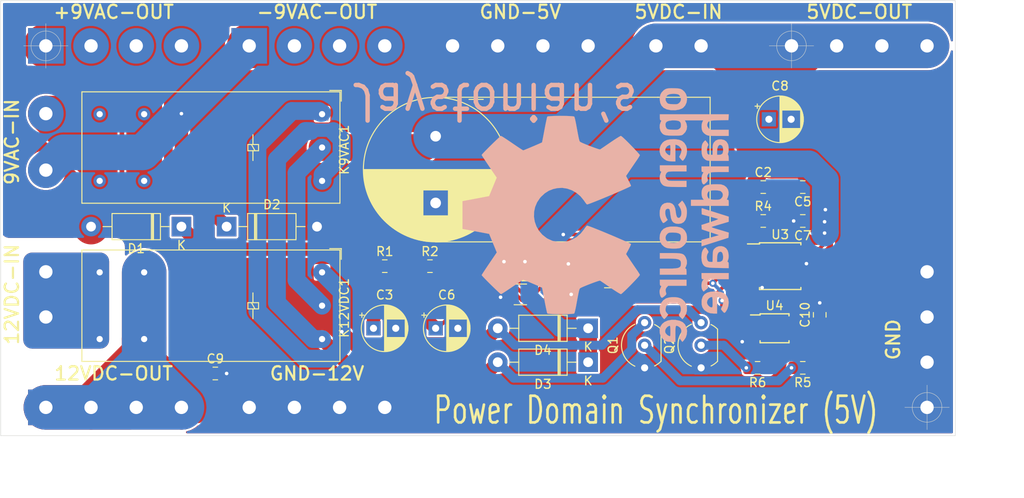
<source format=kicad_pcb>
(kicad_pcb (version 20171130) (host pcbnew "(5.1.5)-3")
  (layers (0 F.Cu signal) (31 B.Cu signal) (34 B.Paste user) (35 F.Paste user) (36 B.SilkS user) (37 F.SilkS user) (38 B.Mask user) (39 F.Mask user) (44 Edge.Cuts user))
  (net 0 "")
  (net 1 +5V)
  (net 2 GND)
  (net 3 "Net-(C3-Pad1)")
  (net 4 "Net-(C6-Pad1)")
  (net 5 VDD)
  (net 6 +9VA)
  (net 7 /~RELAY_SET)
  (net 8 /~RELAY_RESET)
  (net 9 +12V)
  (net 10 VAC)
  (net 11 "Net-(Q1-Pad2)")
  (net 12 "Net-(Q2-Pad2)")
  (net 13 "Net-(R3-Pad1)")
  (net 14 /COMMON_PULLUP)
  (net 15 "Net-(R5-Pad1)")
  (net 16 "Net-(R6-Pad1)")
  (net 17 "Net-(U1-Pad4)")
  (net 18 "Net-(U3-Pad2)")
  (net 19 "Net-(U3-Pad5)")
  (net 20 "Net-(U3-Pad8)")
  (net 21 "Net-(U3-Pad9)")
  (net 22 NEUT)
  (module Symbol:OSHW-Logo_28.5x30mm_SilkScreen (layer B.Cu) (at 142.4305 83.1215 270)
    (fp_text reference REF** hide)
    (fp_text value OSHW-Logo_28.5x30mm_SilkScreen hide)
  )
  (module Capacitor_THT:CP_Radial_D16.0mm_P7.50mm (layer F.Cu) (at 124.46 74.295 270)
    (fp_text reference C1 (at 3.75 -9.25 90) (layer F.SilkS))
    (fp_text value 10000u)
    (pad 1 thru_hole rect (at 0 0 270) (size 2.4 2.4) (drill 1.2) (layers *.Cu *.Mask) (net 1 +5V))
    (pad 2 thru_hole circle (at 7.5 0 270) (size 2.4 2.4) (drill 1.2) (layers *.Cu *.Mask) (net 2 GND))
  )
  (module Capacitor_SMD:C_0805_2012Metric_Pad1.15x1.40mm_HandSolder (layer F.Cu) (at 161.29 80.01)
    (fp_text reference C2 (at 0 -1.65) (layer F.SilkS))
    (fp_text value 220n)
    (pad 2 smd roundrect (at 1.025 0) (size 1.15 1.4) (layers F.Cu F.Paste F.Mask) (roundrect_rratio 0.217391) (net 2 GND))
    (pad 1 smd roundrect (at -1.025 0) (size 1.15 1.4) (layers F.Cu F.Paste F.Mask) (roundrect_rratio 0.217391) (net 1 +5V))
  )
  (module Capacitor_THT:CP_Radial_D5.0mm_P2.50mm (layer F.Cu) (at 117.475 95.885)
    (fp_text reference C3 (at 1.25 -3.75) (layer F.SilkS))
    (fp_text value 1u)
    (pad 1 thru_hole rect (at 0 0) (size 1.6 1.6) (drill 0.8) (layers *.Cu *.Mask) (net 3 "Net-(C3-Pad1)"))
    (pad 2 thru_hole circle (at 2.5 0) (size 1.6 1.6) (drill 0.8) (layers *.Cu *.Mask) (net 2 GND))
  )
  (module Capacitor_SMD:C_0805_2012Metric_Pad1.15x1.40mm_HandSolder (layer F.Cu) (at 133.477 88.392 180)
    (fp_text reference C4 (at -2.794 0) (layer F.SilkS))
    (fp_text value 100n)
    (pad 2 smd roundrect (at 1.025 0 180) (size 1.15 1.4) (layers F.Cu F.Paste F.Mask) (roundrect_rratio 0.217391) (net 2 GND))
    (pad 1 smd roundrect (at -1.025 0 180) (size 1.15 1.4) (layers F.Cu F.Paste F.Mask) (roundrect_rratio 0.217391) (net 1 +5V))
  )
  (module Capacitor_SMD:C_0805_2012Metric_Pad1.15x1.40mm_HandSolder (layer F.Cu) (at 165.735 80.01 180)
    (fp_text reference C5 (at 0 -1.65) (layer F.SilkS))
    (fp_text value 47n)
    (pad 1 smd roundrect (at -1.025 0 180) (size 1.15 1.4) (layers F.Cu F.Paste F.Mask) (roundrect_rratio 0.217391) (net 1 +5V))
    (pad 2 smd roundrect (at 1.025 0 180) (size 1.15 1.4) (layers F.Cu F.Paste F.Mask) (roundrect_rratio 0.217391) (net 2 GND))
  )
  (module Capacitor_THT:CP_Radial_D5.0mm_P2.50mm (layer F.Cu) (at 124.46 95.885)
    (fp_text reference C6 (at 1.25 -3.75) (layer F.SilkS))
    (fp_text value 2u2)
    (pad 2 thru_hole circle (at 2.5 0) (size 1.6 1.6) (drill 0.8) (layers *.Cu *.Mask) (net 2 GND))
    (pad 1 thru_hole rect (at 0 0) (size 1.6 1.6) (drill 0.8) (layers *.Cu *.Mask) (net 4 "Net-(C6-Pad1)"))
  )
  (module Capacitor_SMD:C_0805_2012Metric_Pad1.15x1.40mm_HandSolder (layer F.Cu) (at 165.735 83.82 180)
    (fp_text reference C7 (at 0 -1.65) (layer F.SilkS))
    (fp_text value 10n)
    (pad 1 smd roundrect (at -1.025 0 180) (size 1.15 1.4) (layers F.Cu F.Paste F.Mask) (roundrect_rratio 0.217391) (net 1 +5V))
    (pad 2 smd roundrect (at 1.025 0 180) (size 1.15 1.4) (layers F.Cu F.Paste F.Mask) (roundrect_rratio 0.217391) (net 2 GND))
  )
  (module Capacitor_THT:CP_Radial_D5.0mm_P2.50mm (layer F.Cu) (at 161.925 72.39)
    (fp_text reference C8 (at 1.25 -3.75) (layer F.SilkS))
    (fp_text value 10u)
    (pad 1 thru_hole rect (at 0 0) (size 1.6 1.6) (drill 0.8) (layers *.Cu *.Mask) (net 1 +5V))
    (pad 2 thru_hole circle (at 2.5 0) (size 1.6 1.6) (drill 0.8) (layers *.Cu *.Mask) (net 2 GND))
  )
  (module Capacitor_SMD:C_0805_2012Metric_Pad1.15x1.40mm_HandSolder (layer F.Cu) (at 99.695 100.965)
    (fp_text reference C9 (at 0 -1.65) (layer F.SilkS))
    (fp_text value 100n)
    (pad 2 smd roundrect (at 1.025 0) (size 1.15 1.4) (layers F.Cu F.Paste F.Mask) (roundrect_rratio 0.217391) (net 2 GND))
    (pad 1 smd roundrect (at -1.025 0) (size 1.15 1.4) (layers F.Cu F.Paste F.Mask) (roundrect_rratio 0.217391) (net 5 VDD))
  )
  (module Capacitor_SMD:C_0805_2012Metric_Pad1.15x1.40mm_HandSolder (layer F.Cu) (at 167.64 94.37 90)
    (fp_text reference C10 (at 0 -1.65 90) (layer F.SilkS))
    (fp_text value 100n)
    (pad 1 smd roundrect (at -1.025 0 90) (size 1.15 1.4) (layers F.Cu F.Paste F.Mask) (roundrect_rratio 0.217391) (net 1 +5V))
    (pad 2 smd roundrect (at 1.025 0 90) (size 1.15 1.4) (layers F.Cu F.Paste F.Mask) (roundrect_rratio 0.217391) (net 2 GND))
  )
  (module Diode_THT:D_DO-41_SOD81_P10.16mm_Horizontal (layer F.Cu) (at 95.885 84.455 180)
    (fp_text reference D1 (at 5.08 -2.47) (layer F.SilkS))
    (fp_text value 1N4001)
    (fp_text user K (at 0 -2.1) (layer F.SilkS))
    (pad 2 thru_hole oval (at 10.16 0 180) (size 2.2 2.2) (drill 1.1) (layers *.Cu *.Mask) (net 6 +9VA))
    (pad 1 thru_hole rect (at 0 0 180) (size 2.2 2.2) (drill 1.1) (layers *.Cu *.Mask) (net 3 "Net-(C3-Pad1)"))
  )
  (module Diode_THT:D_DO-41_SOD81_P10.16mm_Horizontal (layer F.Cu) (at 100.965 84.455)
    (fp_text reference D2 (at 5.08 -2.47) (layer F.SilkS))
    (fp_text value 1N4001)
    (fp_text user K (at 0 -2.1) (layer F.SilkS))
    (pad 1 thru_hole rect (at 0 0) (size 2.2 2.2) (drill 1.1) (layers *.Cu *.Mask) (net 22 NEUT))
    (pad 2 thru_hole oval (at 10.16 0) (size 2.2 2.2) (drill 1.1) (layers *.Cu *.Mask) (net 2 GND))
  )
  (module Diode_THT:D_DO-41_SOD81_P10.16mm_Horizontal (layer F.Cu) (at 141.605 99.695 180)
    (fp_text reference D3 (at 5.08 -2.47) (layer F.SilkS))
    (fp_text value 1N4001)
    (fp_text user K (at 0 -2.1) (layer F.SilkS))
    (pad 1 thru_hole rect (at 0 0 180) (size 2.2 2.2) (drill 1.1) (layers *.Cu *.Mask) (net 1 +5V))
    (pad 2 thru_hole oval (at 10.16 0 180) (size 2.2 2.2) (drill 1.1) (layers *.Cu *.Mask) (net 7 /~RELAY_SET))
  )
  (module Diode_THT:D_DO-41_SOD81_P10.16mm_Horizontal (layer F.Cu) (at 141.605 95.885 180)
    (fp_text reference D4 (at 5.08 -2.47) (layer F.SilkS))
    (fp_text value 1N4001)
    (fp_text user K (at 0 -2.1) (layer F.SilkS))
    (pad 2 thru_hole oval (at 10.16 0 180) (size 2.2 2.2) (drill 1.1) (layers *.Cu *.Mask) (net 8 /~RELAY_RESET))
    (pad 1 thru_hole rect (at 0 0 180) (size 2.2 2.2) (drill 1.1) (layers *.Cu *.Mask) (net 1 +5V))
  )
  (module Connector_Wire:SolderWirePad_1x01_Drill1.5mm (layer F.Cu) (at 80.645 71.755 90)
    (fp_text reference 9VAC-IN (at -3.175 -3.81 90) (layer F.SilkS) (effects (font (size 1.5 1.5) (thickness 0.25))))
    (fp_text value +9VAC)
    (pad 1 thru_hole circle (at 0 0 90) (size 4.0005 4.0005) (drill 1.50114) (layers *.Cu *.Mask) (net 6 +9VA))
  )
  (module Connector_Wire:SolderWirePad_1x01_Drill1.5mm (layer F.Cu) (at 80.645 78.105 90)
    (fp_text reference IN-2 hide)
    (fp_text value -9VAC)
    (pad 1 thru_hole circle (at 0 0 90) (size 4.0005 4.0005) (drill 1.50114) (layers *.Cu *.Mask) (net 22 NEUT))
  )
  (module Connector_Wire:SolderWirePad_1x02_P5.08mm_Drill1.5mm (layer F.Cu) (at 80.645 94.615 90)
    (fp_text reference 12VDC-IN (at 2.54 -3.81 90) (layer F.SilkS) (effects (font (size 1.5 1.5) (thickness 0.25))))
    (fp_text value +12VDC)
    (pad 2 thru_hole circle (at 5.08 0 90) (size 3.50012 3.50012) (drill 1.50114) (layers *.Cu *.Mask) (net 9 +12V))
    (pad 1 thru_hole rect (at 0 0 90) (size 3.50012 3.50012) (drill 1.50114) (layers *.Cu *.Mask) (net 9 +12V))
  )
  (module Connector_Wire:SolderWirePad_1x02_P5.08mm_Drill1.5mm (layer F.Cu) (at 149.225 64.135)
    (fp_text reference 5VDC-IN (at 2.54 -3.81) (layer F.SilkS) (effects (font (size 1.5 1.5) (thickness 0.25))))
    (fp_text value +5VDC)
    (pad 1 thru_hole rect (at 0 0) (size 3.50012 3.50012) (drill 1.50114) (layers *.Cu *.Mask) (net 1 +5V))
    (pad 2 thru_hole circle (at 5.08 0) (size 3.50012 3.50012) (drill 1.50114) (layers *.Cu *.Mask) (net 1 +5V))
  )
  (module Connector_Wire:SolderWirePad_1x04_P5.08mm_Drill1.5mm (layer F.Cu) (at 126.365 64.135)
    (fp_text reference GND-5V (at 7.62 -3.81) (layer F.SilkS) (effects (font (size 1.5 1.5) (thickness 0.25))))
    (fp_text value GND)
    (pad 1 thru_hole rect (at 0 0) (size 4.0005 4.0005) (drill 1.50114) (layers *.Cu *.Mask) (net 2 GND))
    (pad 2 thru_hole circle (at 5.08 0) (size 4.0005 4.0005) (drill 1.50114) (layers *.Cu *.Mask) (net 2 GND))
    (pad 3 thru_hole circle (at 10.16 0) (size 4.0005 4.0005) (drill 1.50114) (layers *.Cu *.Mask) (net 2 GND))
    (pad 4 thru_hole circle (at 15.24 0) (size 4.0005 4.0005) (drill 1.50114) (layers *.Cu *.Mask) (net 2 GND))
  )
  (module Connector_Wire:SolderWirePad_1x04_P5.08mm_Drill1.5mm (layer F.Cu) (at 80.645 64.135)
    (fp_text reference +9VAC-OUT (at 7.62 -3.81) (layer F.SilkS) (effects (font (size 1.5 1.5) (thickness 0.25))))
    (fp_text value ~)
    (pad 1 thru_hole rect (at 0 0) (size 4.0005 4.0005) (drill 1.50114) (layers *.Cu *.Mask) (net 10 VAC))
    (pad 2 thru_hole circle (at 5.08 0) (size 4.0005 4.0005) (drill 1.50114) (layers *.Cu *.Mask) (net 10 VAC))
    (pad 3 thru_hole circle (at 10.16 0) (size 4.0005 4.0005) (drill 1.50114) (layers *.Cu *.Mask) (net 10 VAC))
    (pad 4 thru_hole circle (at 15.24 0) (size 4.0005 4.0005) (drill 1.50114) (layers *.Cu *.Mask) (net 10 VAC))
  )
  (module Connector_Wire:SolderWirePad_1x04_P5.08mm_Drill1.5mm (layer F.Cu) (at 103.505 64.135)
    (fp_text reference -9VAC-OUT (at 7.62 -3.81) (layer F.SilkS) (effects (font (size 1.5 1.5) (thickness 0.25))))
    (fp_text value ~)
    (pad 4 thru_hole circle (at 15.24 0) (size 4.0005 4.0005) (drill 1.50114) (layers *.Cu *.Mask) (net 22 NEUT))
    (pad 3 thru_hole circle (at 10.16 0) (size 4.0005 4.0005) (drill 1.50114) (layers *.Cu *.Mask) (net 22 NEUT))
    (pad 2 thru_hole circle (at 5.08 0) (size 4.0005 4.0005) (drill 1.50114) (layers *.Cu *.Mask) (net 22 NEUT))
    (pad 1 thru_hole rect (at 0 0) (size 4.0005 4.0005) (drill 1.50114) (layers *.Cu *.Mask) (net 22 NEUT))
  )
  (module Connector_Wire:SolderWirePad_1x04_P5.08mm_Drill1.5mm (layer F.Cu) (at 80.645 104.775)
    (fp_text reference 12VDC-OUT (at 7.62 -3.81) (layer F.SilkS) (effects (font (size 1.5 1.5) (thickness 0.25))))
    (fp_text value ~)
    (pad 1 thru_hole rect (at 0 0) (size 4.0005 4.0005) (drill 1.50114) (layers *.Cu *.Mask) (net 5 VDD))
    (pad 2 thru_hole circle (at 5.08 0) (size 4.0005 4.0005) (drill 1.50114) (layers *.Cu *.Mask) (net 5 VDD))
    (pad 3 thru_hole circle (at 10.16 0) (size 4.0005 4.0005) (drill 1.50114) (layers *.Cu *.Mask) (net 5 VDD))
    (pad 4 thru_hole circle (at 15.24 0) (size 4.0005 4.0005) (drill 1.50114) (layers *.Cu *.Mask) (net 5 VDD))
  )
  (module Connector_Wire:SolderWirePad_1x04_P5.08mm_Drill1.5mm (layer F.Cu) (at 164.465 64.135)
    (fp_text reference 5VDC-OUT (at 7.62 -3.81) (layer F.SilkS) (effects (font (size 1.5 1.5) (thickness 0.25))))
    (fp_text value ~)
    (pad 4 thru_hole circle (at 15.24 0) (size 4.0005 4.0005) (drill 1.50114) (layers *.Cu *.Mask) (net 1 +5V))
    (pad 3 thru_hole circle (at 10.16 0) (size 4.0005 4.0005) (drill 1.50114) (layers *.Cu *.Mask) (net 1 +5V))
    (pad 2 thru_hole circle (at 5.08 0) (size 4.0005 4.0005) (drill 1.50114) (layers *.Cu *.Mask) (net 1 +5V))
    (pad 1 thru_hole rect (at 0 0) (size 4.0005 4.0005) (drill 1.50114) (layers *.Cu *.Mask) (net 1 +5V))
  )
  (module Connector_Wire:SolderWirePad_1x04_P5.08mm_Drill1.5mm (layer F.Cu) (at 103.505 104.775)
    (fp_text reference GND-12V (at 7.62 -3.81) (layer F.SilkS) (effects (font (size 1.5 1.5) (thickness 0.25))))
    (fp_text value ~)
    (pad 1 thru_hole rect (at 0 0) (size 4.0005 4.0005) (drill 1.50114) (layers *.Cu *.Mask) (net 2 GND))
    (pad 2 thru_hole circle (at 5.08 0) (size 4.0005 4.0005) (drill 1.50114) (layers *.Cu *.Mask) (net 2 GND))
    (pad 3 thru_hole circle (at 10.16 0) (size 4.0005 4.0005) (drill 1.50114) (layers *.Cu *.Mask) (net 2 GND))
    (pad 4 thru_hole circle (at 15.24 0) (size 4.0005 4.0005) (drill 1.50114) (layers *.Cu *.Mask) (net 2 GND))
  )
  (module Connector_Wire:SolderWirePad_1x04_P5.08mm_Drill1.5mm (layer F.Cu) (at 179.705 104.775 90)
    (fp_text reference GND (at 7.62 -3.81 90) (layer F.SilkS) (effects (font (size 1.5 1.5) (thickness 0.25))))
    (fp_text value ~)
    (pad 4 thru_hole circle (at 15.24 0 90) (size 4.0005 4.0005) (drill 1.50114) (layers *.Cu *.Mask) (net 2 GND))
    (pad 3 thru_hole circle (at 10.16 0 90) (size 4.0005 4.0005) (drill 1.50114) (layers *.Cu *.Mask) (net 2 GND))
    (pad 2 thru_hole circle (at 5.08 0 90) (size 4.0005 4.0005) (drill 1.50114) (layers *.Cu *.Mask) (net 2 GND))
    (pad 1 thru_hole rect (at 0 0 90) (size 4.0005 4.0005) (drill 1.50114) (layers *.Cu *.Mask) (net 2 GND))
  )
  (module CPU2:Relay_SPST_Omron_G5RL-K1A-E (layer F.Cu) (at 99.695 93.345 270)
    (fp_text reference K12VDC1 (at 0.25 -14.5 90) (layer F.SilkS))
    (fp_text value G5RL-K1A-E)
    (pad 1 thru_hole rect (at -3.75 -12 270) (size 1.4 1.4) (drill 0.7) (layers *.Cu *.Mask) (net 8 /~RELAY_RESET))
    (pad 8 thru_hole circle (at 3.75 -12 270) (size 1.4 1.4) (drill 0.7) (layers *.Cu *.Mask) (net 7 /~RELAY_SET))
    (pad 3 thru_hole circle (at -3.75 8 270) (size 1.4 1.4) (drill 0.7) (layers *.Cu *.Mask) (net 5 VDD))
    (pad 4 thru_hole circle (at -3.75 13 270) (size 1.4 1.4) (drill 0.7) (layers *.Cu *.Mask) (net 9 +12V))
    (pad 6 thru_hole circle (at 3.75 8 270) (size 1.4 1.4) (drill 0.7) (layers *.Cu *.Mask) (net 5 VDD))
    (pad 5 thru_hole circle (at 3.75 13 270) (size 1.4 1.4) (drill 0.7) (layers *.Cu *.Mask) (net 9 +12V))
    (pad 9 thru_hole circle (at 0 -12 270) (size 1.4 1.4) (drill 0.7) (layers *.Cu *.Mask) (net 1 +5V))
  )
  (module CPU2:Relay_SPST_Omron_G5RL-K1A-E (layer F.Cu) (at 99.695 75.565 270)
    (fp_text reference K9VAC1 (at 0.25 -14.5 90) (layer F.SilkS))
    (fp_text value G5RL-K1A-E)
    (pad 9 thru_hole circle (at 0 -12 270) (size 1.4 1.4) (drill 0.7) (layers *.Cu *.Mask) (net 1 +5V))
    (pad 5 thru_hole circle (at 3.75 13 270) (size 1.4 1.4) (drill 0.7) (layers *.Cu *.Mask) (net 6 +9VA))
    (pad 6 thru_hole circle (at 3.75 8 270) (size 1.4 1.4) (drill 0.7) (layers *.Cu *.Mask) (net 10 VAC))
    (pad 4 thru_hole circle (at -3.75 13 270) (size 1.4 1.4) (drill 0.7) (layers *.Cu *.Mask) (net 6 +9VA))
    (pad 3 thru_hole circle (at -3.75 8 270) (size 1.4 1.4) (drill 0.7) (layers *.Cu *.Mask) (net 10 VAC))
    (pad 8 thru_hole circle (at 3.75 -12 270) (size 1.4 1.4) (drill 0.7) (layers *.Cu *.Mask) (net 7 /~RELAY_SET))
    (pad 1 thru_hole rect (at -3.75 -12 270) (size 1.4 1.4) (drill 0.7) (layers *.Cu *.Mask) (net 8 /~RELAY_RESET))
  )
  (module Resistor_SMD:R_0805_2012Metric_Pad1.15x1.40mm_HandSolder (layer F.Cu) (at 118.745 88.9)
    (fp_text reference R1 (at 0 -1.65) (layer F.SilkS))
    (fp_text value 33k)
    (pad 2 smd roundrect (at 1.025 0) (size 1.15 1.4) (layers F.Cu F.Paste F.Mask) (roundrect_rratio 0.217391) (net 4 "Net-(C6-Pad1)"))
    (pad 1 smd roundrect (at -1.025 0) (size 1.15 1.4) (layers F.Cu F.Paste F.Mask) (roundrect_rratio 0.217391) (net 3 "Net-(C3-Pad1)"))
  )
  (module Resistor_SMD:R_0805_2012Metric_Pad1.15x1.40mm_HandSolder (layer F.Cu) (at 123.825 88.9)
    (fp_text reference R2 (at 0 -1.65) (layer F.SilkS))
    (fp_text value 20k)
    (pad 1 smd roundrect (at -1.025 0) (size 1.15 1.4) (layers F.Cu F.Paste F.Mask) (roundrect_rratio 0.217391) (net 4 "Net-(C6-Pad1)"))
    (pad 2 smd roundrect (at 1.025 0) (size 1.15 1.4) (layers F.Cu F.Paste F.Mask) (roundrect_rratio 0.217391) (net 2 GND))
  )
  (module Resistor_SMD:R_0805_2012Metric_Pad1.15x1.40mm_HandSolder (layer F.Cu) (at 138.43 92.075)
    (fp_text reference R3 (at 0 -1.65) (layer F.SilkS))
    (fp_text value 8k2)
    (pad 1 smd roundrect (at -1.025 0) (size 1.15 1.4) (layers F.Cu F.Paste F.Mask) (roundrect_rratio 0.217391) (net 13 "Net-(R3-Pad1)"))
    (pad 2 smd roundrect (at 1.025 0) (size 1.15 1.4) (layers F.Cu F.Paste F.Mask) (roundrect_rratio 0.217391) (net 2 GND))
  )
  (module Resistor_SMD:R_0805_2012Metric_Pad1.15x1.40mm_HandSolder (layer F.Cu) (at 161.29 83.82)
    (fp_text reference R4 (at 0 -1.65) (layer F.SilkS))
    (fp_text value 8k2)
    (pad 2 smd roundrect (at 1.025 0) (size 1.15 1.4) (layers F.Cu F.Paste F.Mask) (roundrect_rratio 0.217391) (net 14 /COMMON_PULLUP))
    (pad 1 smd roundrect (at -1.025 0) (size 1.15 1.4) (layers F.Cu F.Paste F.Mask) (roundrect_rratio 0.217391) (net 1 +5V))
  )
  (module Resistor_SMD:R_0805_2012Metric_Pad1.15x1.40mm_HandSolder (layer F.Cu) (at 165.735 100.33 180)
    (fp_text reference R5 (at 0 -1.65) (layer F.SilkS))
    (fp_text value 220)
    (pad 1 smd roundrect (at -1.025 0 180) (size 1.15 1.4) (layers F.Cu F.Paste F.Mask) (roundrect_rratio 0.217391) (net 15 "Net-(R5-Pad1)"))
    (pad 2 smd roundrect (at 1.025 0 180) (size 1.15 1.4) (layers F.Cu F.Paste F.Mask) (roundrect_rratio 0.217391) (net 11 "Net-(Q1-Pad2)"))
  )
  (module Resistor_SMD:R_0805_2012Metric_Pad1.15x1.40mm_HandSolder (layer F.Cu) (at 160.655 100.33 180)
    (fp_text reference R6 (at 0 -1.65) (layer F.SilkS))
    (fp_text value 220)
    (pad 2 smd roundrect (at 1.025 0 180) (size 1.15 1.4) (layers F.Cu F.Paste F.Mask) (roundrect_rratio 0.217391) (net 12 "Net-(Q2-Pad2)"))
    (pad 1 smd roundrect (at -1.025 0 180) (size 1.15 1.4) (layers F.Cu F.Paste F.Mask) (roundrect_rratio 0.217391) (net 16 "Net-(R6-Pad1)"))
  )
  (module Package_TO_SOT_SMD:SOT-353_SC-70-5 (layer F.Cu) (at 144.145 90.17)
    (fp_text reference U1 (at 0 -2) (layer F.SilkS))
    (fp_text value 74HCT1G04)
    (pad 5 smd rect (at 0.95 -0.65) (size 0.65 0.4) (layers F.Cu F.Paste F.Mask) (net 1 +5V))
    (pad 4 smd rect (at 0.95 0.65) (size 0.65 0.4) (layers F.Cu F.Paste F.Mask) (net 17 "Net-(U1-Pad4)"))
    (pad 2 smd rect (at -0.95 0) (size 0.65 0.4) (layers F.Cu F.Paste F.Mask) (net 4 "Net-(C6-Pad1)"))
    (pad 3 smd rect (at -0.95 0.65) (size 0.65 0.4) (layers F.Cu F.Paste F.Mask) (net 2 GND))
    (pad 1 smd rect (at -0.95 -0.65) (size 0.65 0.4) (layers F.Cu F.Paste F.Mask))
  )
  (module Package_TO_SOT_SMD:SOT-353_SC-70-5 (layer F.Cu) (at 133.985 92.075)
    (fp_text reference U2 (at 0 -2) (layer F.SilkS))
    (fp_text value 74HCT1G32)
    (pad 1 smd rect (at -0.95 -0.65) (size 0.65 0.4) (layers F.Cu F.Paste F.Mask) (net 4 "Net-(C6-Pad1)"))
    (pad 3 smd rect (at -0.95 0.65) (size 0.65 0.4) (layers F.Cu F.Paste F.Mask) (net 2 GND))
    (pad 2 smd rect (at -0.95 0) (size 0.65 0.4) (layers F.Cu F.Paste F.Mask) (net 13 "Net-(R3-Pad1)"))
    (pad 4 smd rect (at 0.95 0.65) (size 0.65 0.4) (layers F.Cu F.Paste F.Mask) (net 13 "Net-(R3-Pad1)"))
    (pad 5 smd rect (at 0.95 -0.65) (size 0.65 0.4) (layers F.Cu F.Paste F.Mask) (net 1 +5V))
  )
  (module Package_SO:TSSOP-14_4.4x5mm_P0.65mm (layer F.Cu) (at 163.195 88.9)
    (fp_text reference U3 (at 0 -3.55) (layer F.SilkS))
    (fp_text value 74HCT74)
    (pad 1 smd rect (at -2.95 -1.95) (size 1.45 0.45) (layers F.Cu F.Paste F.Mask) (net 14 /COMMON_PULLUP))
    (pad 2 smd rect (at -2.95 -1.3) (size 1.45 0.45) (layers F.Cu F.Paste F.Mask) (net 18 "Net-(U3-Pad2)"))
    (pad 3 smd rect (at -2.95 -0.65) (size 1.45 0.45) (layers F.Cu F.Paste F.Mask) (net 17 "Net-(U1-Pad4)"))
    (pad 4 smd rect (at -2.95 0) (size 1.45 0.45) (layers F.Cu F.Paste F.Mask) (net 13 "Net-(R3-Pad1)"))
    (pad 5 smd rect (at -2.95 0.65) (size 1.45 0.45) (layers F.Cu F.Paste F.Mask) (net 19 "Net-(U3-Pad5)"))
    (pad 6 smd rect (at -2.95 1.3) (size 1.45 0.45) (layers F.Cu F.Paste F.Mask) (net 18 "Net-(U3-Pad2)"))
    (pad 7 smd rect (at -2.95 1.95) (size 1.45 0.45) (layers F.Cu F.Paste F.Mask) (net 2 GND))
    (pad 8 smd rect (at 2.95 1.95) (size 1.45 0.45) (layers F.Cu F.Paste F.Mask) (net 20 "Net-(U3-Pad8)"))
    (pad 9 smd rect (at 2.95 1.3) (size 1.45 0.45) (layers F.Cu F.Paste F.Mask) (net 21 "Net-(U3-Pad9)"))
    (pad 10 smd rect (at 2.95 0.65) (size 1.45 0.45) (layers F.Cu F.Paste F.Mask) (net 14 /COMMON_PULLUP))
    (pad 11 smd rect (at 2.95 0) (size 1.45 0.45) (layers F.Cu F.Paste F.Mask) (net 2 GND))
    (pad 12 smd rect (at 2.95 -0.65) (size 1.45 0.45) (layers F.Cu F.Paste F.Mask) (net 2 GND))
    (pad 13 smd rect (at 2.95 -1.3) (size 1.45 0.45) (layers F.Cu F.Paste F.Mask) (net 14 /COMMON_PULLUP))
    (pad 14 smd rect (at 2.95 -1.95) (size 1.45 0.45) (layers F.Cu F.Paste F.Mask) (net 1 +5V))
  )
  (module Package_SO:TSSOP-8_3x3mm_P0.65mm (layer F.Cu) (at 162.56 95.885)
    (fp_text reference U4 (at 0 -2.55) (layer F.SilkS))
    (fp_text value 74HCT2G08)
    (pad 1 smd rect (at -2.15 -0.975) (size 1.1 0.4) (layers F.Cu F.Paste F.Mask) (net 19 "Net-(U3-Pad5)"))
    (pad 2 smd rect (at -2.15 -0.325) (size 1.1 0.4) (layers F.Cu F.Paste F.Mask) (net 17 "Net-(U1-Pad4)"))
    (pad 3 smd rect (at -2.15 0.325) (size 1.1 0.4) (layers F.Cu F.Paste F.Mask) (net 16 "Net-(R6-Pad1)"))
    (pad 4 smd rect (at -2.15 0.975) (size 1.1 0.4) (layers F.Cu F.Paste F.Mask) (net 2 GND))
    (pad 5 smd rect (at 2.15 0.975) (size 1.1 0.4) (layers F.Cu F.Paste F.Mask) (net 17 "Net-(U1-Pad4)"))
    (pad 6 smd rect (at 2.15 0.325) (size 1.1 0.4) (layers F.Cu F.Paste F.Mask) (net 18 "Net-(U3-Pad2)"))
    (pad 7 smd rect (at 2.15 -0.325) (size 1.1 0.4) (layers F.Cu F.Paste F.Mask) (net 15 "Net-(R5-Pad1)"))
    (pad 8 smd rect (at 2.15 -0.975) (size 1.1 0.4) (layers F.Cu F.Paste F.Mask) (net 1 +5V))
  )
  (module Package_TO_SOT_THT:TO-92_Inline_Wide (layer F.Cu) (at 147.955 100.33 90)
    (fp_text reference Q1 (at 2.54 -3.56 90) (layer F.SilkS))
    (fp_text value 2N3904)
    (pad 1 thru_hole rect (at 0 0 180) (size 1.5 1.5) (drill 0.8) (layers *.Cu *.Mask) (net 2 GND))
    (pad 3 thru_hole circle (at 5.08 0 180) (size 1.5 1.5) (drill 0.8) (layers *.Cu *.Mask) (net 7 /~RELAY_SET))
    (pad 2 thru_hole circle (at 2.54 0 180) (size 1.5 1.5) (drill 0.8) (layers *.Cu *.Mask) (net 11 "Net-(Q1-Pad2)"))
  )
  (module Package_TO_SOT_THT:TO-92_Inline_Wide (layer F.Cu) (at 154.305 100.33 90)
    (fp_text reference Q2 (at 2.54 -3.56 90) (layer F.SilkS))
    (fp_text value 2N3904)
    (pad 2 thru_hole circle (at 2.54 0 180) (size 1.5 1.5) (drill 0.8) (layers *.Cu *.Mask) (net 12 "Net-(Q2-Pad2)"))
    (pad 3 thru_hole circle (at 5.08 0 180) (size 1.5 1.5) (drill 0.8) (layers *.Cu *.Mask) (net 8 /~RELAY_RESET))
    (pad 1 thru_hole rect (at 0 0 180) (size 1.5 1.5) (drill 0.8) (layers *.Cu *.Mask) (net 2 GND))
  )
  (gr_text Jaystonian's (at 131.064 70.358 180) (layer B.SilkS) (effects (font (size 4 3.5) (thickness 0.5)) (justify mirror)))
  (gr_text "Power Domain Synchronizer (5V)" (at 149.225 105.0925) (layer F.SilkS) (effects (font (size 3 2) (thickness 0.3))))
  (target plus (at 164.465 64.135) (size 5) (width 0.05) (layer Edge.Cuts))
  (target plus (at 179.705 104.775) (size 5) (width 0.05) (layer Edge.Cuts))
  (target plus (at 80.645 64.135) (size 5) (width 0.05) (layer Edge.Cuts))
  (gr_line (start 75.565 107.95) (end 75.565 59.055) (layer Edge.Cuts) (width 0.05))
  (gr_line (start 182.88 107.95) (end 75.565 107.95) (layer Edge.Cuts) (width 0.05))
  (gr_line (start 182.88 59.055) (end 182.88 107.95) (layer Edge.Cuts) (width 0.05))
  (gr_line (start 75.565 59.055) (end 182.88 59.055) (layer Edge.Cuts) (width 0.05))
  (gr_line (start 149.46 86.1695) (end 155.321 86.1695) (layer F.SilkS) (width 0.12))
  (gr_line (start 149.46 69.9135) (end 155.321 69.9135) (layer F.SilkS) (width 0.12))
  (gr_line (start 155.321 69.9135) (end 155.321 86.1695) (layer F.SilkS) (width 0.12))
  (gr_line (start 124.46 86.1695) (end 149.46 86.1695) (layer F.SilkS) (width 0.12))
  (gr_line (start 124.46 69.9135) (end 149.46 69.9135) (layer F.SilkS) (width 0.12))
  (segment (start 91.7575 100.584) (end 95.9475 104.774) (width 5) (layer B.Cu) (net 5))
  (segment (start 87.25 104.012) (end 91.44 99.822) (width 5) (layer B.Cu) (net 5))
  (segment (start 91.694 89.5985) (end 91.694 103.0985) (width 5) (layer B.Cu) (net 5))
  (segment (start 80.645 104.775) (end 95.885 104.775) (width 5) (layer B.Cu) (net 5))
  (segment (start 149.225 64.135) (end 179.705 64.135) (width 5) (layer B.Cu) (net 1))
  (via (at 167.64 93.0275) (size 0.8) (drill 0.4) (layers F.Cu B.Cu) (net 2))
  (via (at 139.7 92.075) (size 0.8) (drill 0.4) (layers F.Cu B.Cu) (net 2))
  (via (at 159.385 100.33) (size 0.8) (drill 0.4) (layers F.Cu B.Cu) (net 12))
  (via (at 164.465 100.33) (size 0.8) (drill 0.4) (layers F.Cu B.Cu) (net 11))
  (via (at 100.965 100.965) (size 0.8) (drill 0.4) (layers F.Cu B.Cu) (net 2))
  (segment (start 123.19 75.565) (end 124.46 74.295) (width 3) (layer F.Cu) (net 1))
  (segment (start 111.695 75.565) (end 123.19 75.565) (width 3) (layer F.Cu) (net 1))
  (segment (start 110.995001 92.645001) (end 111.695 93.345) (width 2) (layer B.Cu) (net 1))
  (segment (start 108.824999 78.435001) (end 108.824999 90.474999) (width 2) (layer B.Cu) (net 1))
  (segment (start 108.824999 90.474999) (end 110.995001 92.645001) (width 2) (layer B.Cu) (net 1))
  (segment (start 111.695 75.565) (end 108.824999 78.435001) (width 2) (layer B.Cu) (net 1))
  (segment (start 160.265 83.82) (end 160.265 80.01) (width 1.5) (layer F.Cu) (net 1))
  (segment (start 160.265 79.31) (end 161.47 78.105) (width 1.5) (layer F.Cu) (net 1))
  (segment (start 160.265 80.01) (end 160.265 79.31) (width 1.5) (layer F.Cu) (net 1))
  (segment (start 166.76 79.31) (end 166.76 80.01) (width 1.5) (layer F.Cu) (net 1))
  (segment (start 165.555 78.105) (end 166.76 79.31) (width 1.5) (layer F.Cu) (net 1))
  (segment (start 161.47 78.105) (end 165.555 78.105) (width 1.5) (layer F.Cu) (net 1))
  (segment (start 166.76 80.01) (end 166.76 83.82) (width 1.5) (layer F.Cu) (net 1))
  (segment (start 166.37 64.135) (end 160.655 69.85) (width 5) (layer F.Cu) (net 1))
  (segment (start 160.655 74.93) (end 162.28499 76.55999) (width 5) (layer F.Cu) (net 1))
  (segment (start 160.655 69.85) (end 160.655 74.93) (width 5) (layer F.Cu) (net 1))
  (segment (start 166.206936 76.55999) (end 168.275 78.628054) (width 5) (layer F.Cu) (net 1))
  (segment (start 162.28499 76.55999) (end 166.206936 76.55999) (width 5) (layer F.Cu) (net 1))
  (segment (start 168.275 78.628054) (end 168.275 82.55) (width 5) (layer F.Cu) (net 1))
  (segment (start 160.655 68.010042) (end 160.655 69.85) (width 5) (layer F.Cu) (net 1))
  (segment (start 156.779958 64.135) (end 160.655 68.010042) (width 5) (layer F.Cu) (net 1))
  (segment (start 154.305 64.135) (end 156.779958 64.135) (width 5) (layer F.Cu) (net 1))
  (segment (start 166.145 86.95) (end 167.595 86.95) (width 0.4) (layer F.Cu) (net 1))
  (segment (start 167.595 86.95) (end 168.185 86.36) (width 0.4) (layer F.Cu) (net 1))
  (segment (start 168.185 83.275) (end 168.275 83.185) (width 0.4) (layer F.Cu) (net 1))
  (segment (start 168.185 86.36) (end 168.185 85.18) (width 0.4) (layer F.Cu) (net 1))
  (segment (start 168.185 85.18) (end 168.185 83.91) (width 0.4) (layer F.Cu) (net 1))
  (via (at 168.185 85.18) (size 0.8) (drill 0.4) (layers F.Cu B.Cu) (net 1))
  (segment (start 168.185 83.91) (end 168.185 83.275) (width 0.4) (layer F.Cu) (net 1))
  (via (at 168.185 83.91) (size 0.8) (drill 0.4) (layers F.Cu B.Cu) (net 1))
  (segment (start 168.275 82.55) (end 168.275 83.185) (width 5) (layer F.Cu) (net 1))
  (via (at 168.275 82.55) (size 0.8) (drill 0.4) (layers F.Cu B.Cu) (net 1))
  (segment (start 139.065 74.295) (end 124.46 74.295) (width 5) (layer B.Cu) (net 1))
  (segment (start 149.225 64.135) (end 139.065 74.295) (width 5) (layer B.Cu) (net 1))
  (segment (start 164.71 94.91) (end 166.03 94.91) (width 0.4) (layer F.Cu) (net 1))
  (segment (start 166.515 95.395) (end 167.64 95.395) (width 0.4) (layer F.Cu) (net 1))
  (segment (start 166.03 94.91) (end 166.515 95.395) (width 0.4) (layer F.Cu) (net 1))
  (segment (start 134.935 88.825) (end 134.502 88.392) (width 0.4) (layer F.Cu) (net 1))
  (segment (start 134.935 91.425) (end 134.935 88.825) (width 0.4) (layer F.Cu) (net 1))
  (segment (start 169.418 85.143) (end 168.185 83.91) (width 0.4) (layer F.Cu) (net 1))
  (segment (start 168.275 85.09) (end 168.185 85.18) (width 3) (layer B.Cu) (net 1))
  (segment (start 168.275 82.55) (end 168.275 85.09) (width 3) (layer B.Cu) (net 1))
  (segment (start 168.275 82.55) (end 168.275 79.248) (width 3) (layer B.Cu) (net 1))
  (segment (start 168.275 79.248) (end 166.4335 77.4065) (width 3) (layer B.Cu) (net 1))
  (segment (start 166.4335 77.4065) (end 145.7325 77.4065) (width 3) (layer B.Cu) (net 1))
  (segment (start 134.502 88.392) (end 134.502 88.392) (width 0.4) (layer F.Cu) (net 1))
  (via (at 134.502 88.392) (size 0.8) (drill 0.4) (layers F.Cu B.Cu) (net 1))
  (segment (start 134.502 87.692) (end 134.493 87.683) (width 1.5) (layer B.Cu) (net 1))
  (segment (start 134.502 88.392) (end 134.502 87.692) (width 1.5) (layer B.Cu) (net 1))
  (segment (start 136.097001 87.041999) (end 136.906 86.233) (width 1.5) (layer B.Cu) (net 1))
  (segment (start 136.906 86.233) (end 135.001 88.138) (width 3) (layer B.Cu) (net 1))
  (segment (start 145.7325 77.4065) (end 136.906 86.233) (width 3) (layer B.Cu) (net 1))
  (segment (start 135.001 92.381) (end 135.001 88.138) (width 2) (layer B.Cu) (net 1))
  (segment (start 138.505 95.885) (end 135.001 92.381) (width 2) (layer B.Cu) (net 1))
  (segment (start 141.605 95.885) (end 138.505 95.885) (width 2) (layer B.Cu) (net 1))
  (segment (start 141.605 95.885) (end 141.605 99.695) (width 2) (layer F.Cu) (net 1))
  (segment (start 145.095 88.92) (end 141.519 85.344) (width 0.4) (layer F.Cu) (net 1))
  (segment (start 145.095 89.52) (end 145.095 88.92) (width 0.4) (layer F.Cu) (net 1))
  (segment (start 141.519 85.344) (end 138.811 85.344) (width 0.4) (layer F.Cu) (net 1))
  (segment (start 138.811 85.344) (end 138.811 85.344) (width 0.4) (layer F.Cu) (net 1))
  (via (at 138.811 85.344) (size 0.8) (drill 0.4) (layers F.Cu B.Cu) (net 1))
  (segment (start 149.225 64.135) (end 179.705 64.135) (width 5) (layer F.Cu) (net 1))
  (segment (start 170.1165 84.3915) (end 168.275 82.55) (width 1.5) (layer F.Cu) (net 1))
  (segment (start 168.275 83.82) (end 168.185 83.91) (width 1.5) (layer F.Cu) (net 1))
  (segment (start 168.275 82.55) (end 168.275 83.82) (width 1.5) (layer F.Cu) (net 1))
  (segment (start 170.1165 85.8415) (end 170.1165 85.9155) (width 1.5) (layer F.Cu) (net 1))
  (segment (start 168.185 83.91) (end 170.1165 85.8415) (width 1.5) (layer F.Cu) (net 1))
  (segment (start 170.1165 85.9155) (end 170.1165 84.3915) (width 1.5) (layer F.Cu) (net 1))
  (segment (start 170.1165 94.234) (end 170.1165 85.9155) (width 1.5) (layer F.Cu) (net 1))
  (segment (start 167.64 95.395) (end 168.9555 95.395) (width 1.5) (layer F.Cu) (net 1))
  (segment (start 168.9555 95.395) (end 170.1165 94.234) (width 1.5) (layer F.Cu) (net 1))
  (segment (start 126.365 64.135) (end 141.605 64.135) (width 5) (layer F.Cu) (net 2))
  (segment (start 179.705 104.775) (end 179.705 89.535) (width 5) (layer F.Cu) (net 2))
  (segment (start 103.505 104.775) (end 118.745 104.775) (width 5) (layer F.Cu) (net 2))
  (segment (start 116.515 86.995) (end 117.72 88.2) (width 1.5) (layer F.Cu) (net 3))
  (segment (start 117.72 88.2) (end 117.72 88.9) (width 1.5) (layer F.Cu) (net 3))
  (segment (start 98.425 86.995) (end 116.515 86.995) (width 1.5) (layer F.Cu) (net 3))
  (segment (start 95.885 84.455) (end 98.425 86.995) (width 1.5) (layer F.Cu) (net 3))
  (segment (start 117.475 95.885) (end 117.475 94.615) (width 1.5) (layer F.Cu) (net 3))
  (segment (start 117.72 94.37) (end 117.72 88.9) (width 1.5) (layer F.Cu) (net 3))
  (segment (start 117.475 94.615) (end 117.72 94.37) (width 1.5) (layer F.Cu) (net 3))
  (segment (start 126.96 97.01637) (end 126.96 95.885) (width 1.5) (layer F.Cu) (net 2))
  (segment (start 126.341369 97.635001) (end 126.96 97.01637) (width 1.5) (layer F.Cu) (net 2))
  (segment (start 120.593631 97.635001) (end 126.341369 97.635001) (width 1.5) (layer F.Cu) (net 2))
  (segment (start 119.975 97.01637) (end 120.593631 97.635001) (width 1.5) (layer F.Cu) (net 2))
  (segment (start 119.975 95.885) (end 119.975 97.01637) (width 1.5) (layer F.Cu) (net 2))
  (segment (start 100.965 102.235) (end 103.505 104.775) (width 1) (layer B.Cu) (net 2))
  (segment (start 100.965 100.965) (end 100.965 102.235) (width 1) (layer B.Cu) (net 2))
  (segment (start 113.785 81.795) (end 124.46 81.795) (width 3) (layer F.Cu) (net 2))
  (segment (start 111.125 84.455) (end 113.785 81.795) (width 3) (layer F.Cu) (net 2))
  (segment (start 125.659999 82.994999) (end 125.659999 89.464999) (width 3) (layer F.Cu) (net 2))
  (segment (start 124.46 81.795) (end 125.659999 82.994999) (width 3) (layer F.Cu) (net 2))
  (segment (start 125.73 89.535) (end 124.85 88.9) (width 1.5) (layer F.Cu) (net 2))
  (segment (start 147.955 100.33) (end 154.305 100.33) (width 3) (layer F.Cu) (net 2))
  (segment (start 158.115 104.14) (end 158.115 104.775) (width 3) (layer F.Cu) (net 2))
  (segment (start 154.305 100.33) (end 158.115 104.14) (width 3) (layer F.Cu) (net 2))
  (segment (start 143.51 104.775) (end 142.875 104.775) (width 3) (layer F.Cu) (net 2))
  (segment (start 147.955 100.33) (end 143.51 104.775) (width 3) (layer F.Cu) (net 2))
  (segment (start 118.745 104.775) (end 142.875 104.775) (width 5) (layer F.Cu) (net 2))
  (segment (start 142.875 104.775) (end 158.115 104.775) (width 5) (layer F.Cu) (net 2))
  (segment (start 147.955 100.33) (end 147.955 100.965) (width 3) (layer F.Cu) (net 2))
  (segment (start 147.955 100.965) (end 149.225 102.235) (width 3) (layer F.Cu) (net 2))
  (segment (start 149.225 102.235) (end 153.035 102.235) (width 3) (layer F.Cu) (net 2))
  (segment (start 179.705 99.695) (end 175.895 103.505) (width 3) (layer F.Cu) (net 2))
  (segment (start 175.895 103.505) (end 175.895 104.775) (width 3) (layer F.Cu) (net 2))
  (segment (start 158.115 104.775) (end 175.895 104.775) (width 5) (layer F.Cu) (net 2))
  (segment (start 175.895 104.775) (end 179.705 104.775) (width 5) (layer F.Cu) (net 2))
  (segment (start 155.99 100.33) (end 154.305 100.33) (width 0.4) (layer F.Cu) (net 2))
  (segment (start 160.41 96.86) (end 159.46 96.86) (width 0.4) (layer F.Cu) (net 2))
  (segment (start 159.46 96.86) (end 158.92575 97.39425) (width 0.4) (layer F.Cu) (net 2))
  (segment (start 126.365 64.135) (end 118.745 71.755) (width 5) (layer B.Cu) (net 2))
  (segment (start 118.745 76.08) (end 124.46 81.795) (width 5) (layer B.Cu) (net 2))
  (segment (start 118.745 71.755) (end 118.745 76.08) (width 5) (layer B.Cu) (net 2))
  (segment (start 124.46 81.795) (end 124.46 87.63) (width 4) (layer B.Cu) (net 2))
  (segment (start 124.46 87.63) (end 121.285 90.805) (width 4) (layer B.Cu) (net 2))
  (segment (start 121.285 102.235) (end 118.745 104.775) (width 4) (layer B.Cu) (net 2))
  (segment (start 121.285 90.805) (end 121.285 102.235) (width 4) (layer B.Cu) (net 2))
  (segment (start 126.96 97.01637) (end 126.96 95.885) (width 3) (layer B.Cu) (net 2))
  (segment (start 126.96 99.38878) (end 126.96 97.01637) (width 3) (layer B.Cu) (net 2))
  (segment (start 121.57378 104.775) (end 126.96 99.38878) (width 3) (layer B.Cu) (net 2))
  (segment (start 118.745 104.775) (end 121.57378 104.775) (width 3) (layer B.Cu) (net 2))
  (segment (start 126.96 95.885) (end 126.96 94.745998) (width 3) (layer B.Cu) (net 2))
  (segment (start 126.96 84.295) (end 124.46 81.795) (width 3) (layer B.Cu) (net 2))
  (segment (start 126.96 95.885) (end 126.96 84.295) (width 3) (layer B.Cu) (net 2))
  (segment (start 162.315 80.01) (end 164.71 80.01) (width 1.5) (layer F.Cu) (net 2))
  (segment (start 164.71 80.01) (end 164.71 83.82) (width 1.5) (layer F.Cu) (net 2))
  (segment (start 164.71 82.405) (end 164.71 83.82) (width 1.5) (layer F.Cu) (net 2))
  (segment (start 162.315 80.01) (end 164.71 82.405) (width 1.5) (layer F.Cu) (net 2))
  (segment (start 131.057 88.392) (end 124.46 81.795) (width 1.5) (layer F.Cu) (net 2))
  (segment (start 132.452 88.392) (end 132.1435 88.392) (width 1.5) (layer F.Cu) (net 2))
  (segment (start 178.435 93.345) (end 179.705 94.615) (width 0.4) (layer F.Cu) (net 2))
  (segment (start 166.145 88.25) (end 166.145 88.617) (width 0.4) (layer F.Cu) (net 2))
  (segment (start 132.1435 88.392) (end 131.057 88.392) (width 1.5) (layer F.Cu) (net 2))
  (via (at 132.1435 88.392) (size 0.8) (drill 0.4) (layers F.Cu B.Cu) (net 2))
  (segment (start 132.1435 88.392) (end 132.1435 88.957685) (width 0.4) (layer B.Cu) (net 2))
  (via (at 131.7625 92.3925) (size 0.8) (drill 0.4) (layers F.Cu B.Cu) (net 2))
  (segment (start 143.195 91.42) (end 143.195 90.82) (width 0.4) (layer F.Cu) (net 2))
  (segment (start 142.54 92.075) (end 143.195 91.42) (width 0.4) (layer F.Cu) (net 2))
  (segment (start 139.455 92.075) (end 142.54 92.075) (width 0.4) (layer F.Cu) (net 2))
  (segment (start 160.245 90.85) (end 160.7 90.85) (width 0.4) (layer F.Cu) (net 2))
  (segment (start 160.7 90.85) (end 161.163 91.313) (width 0.4) (layer F.Cu) (net 2))
  (segment (start 161.163 91.313) (end 161.163 91.313) (width 0.4) (layer F.Cu) (net 2))
  (via (at 161.163 91.313) (size 0.8) (drill 0.4) (layers F.Cu B.Cu) (net 2))
  (segment (start 166.145 88.617) (end 166.145 88.9) (width 0.4) (layer F.Cu) (net 2))
  (via (at 166.145 88.617) (size 0.8) (drill 0.4) (layers F.Cu B.Cu) (net 2))
  (segment (start 163.859 88.617) (end 166.145 88.617) (width 0.4) (layer B.Cu) (net 2))
  (segment (start 161.163 91.313) (end 163.859 88.617) (width 0.4) (layer B.Cu) (net 2))
  (segment (start 166.544999 89.016999) (end 166.550499 89.016999) (width 0.4) (layer B.Cu) (net 2))
  (segment (start 166.145 88.617) (end 166.544999 89.016999) (width 0.4) (layer B.Cu) (net 2))
  (segment (start 167.64 90.1065) (end 167.64 93.0275) (width 0.4) (layer B.Cu) (net 2))
  (segment (start 166.550499 89.016999) (end 167.64 90.1065) (width 0.4) (layer B.Cu) (net 2))
  (segment (start 158.92575 97.39425) (end 155.99 100.33) (width 0.4) (layer F.Cu) (net 2))
  (via (at 158.92575 97.39425) (size 0.8) (drill 0.4) (layers F.Cu B.Cu) (net 2))
  (segment (start 163.27325 97.39425) (end 167.64 93.0275) (width 0.4) (layer B.Cu) (net 2))
  (segment (start 158.92575 97.39425) (end 163.27325 97.39425) (width 0.4) (layer B.Cu) (net 2))
  (segment (start 164.71 83.82) (end 164.71 83.82) (width 1.5) (layer F.Cu) (net 2))
  (via (at 164.71 83.82) (size 0.8) (drill 0.4) (layers F.Cu B.Cu) (net 2))
  (segment (start 164.71 87.182) (end 166.145 88.617) (width 3) (layer B.Cu) (net 2))
  (segment (start 164.71 83.82) (end 164.71 87.182) (width 3) (layer B.Cu) (net 2))
  (segment (start 165.55637 72.39) (end 164.425 72.39) (width 3) (layer B.Cu) (net 2))
  (segment (start 165.942497 72.39) (end 165.55637 72.39) (width 3) (layer B.Cu) (net 2))
  (segment (start 171.47501 77.922513) (end 165.942497 72.39) (width 3) (layer B.Cu) (net 2))
  (segment (start 171.47501 86.415487) (end 171.47501 77.922513) (width 3) (layer B.Cu) (net 2))
  (segment (start 169.273496 88.617) (end 171.47501 86.415487) (width 3) (layer B.Cu) (net 2))
  (segment (start 166.145 88.617) (end 169.273496 88.617) (width 3) (layer B.Cu) (net 2))
  (segment (start 176.585487 86.415487) (end 179.705 89.535) (width 3) (layer B.Cu) (net 2))
  (segment (start 171.47501 86.415487) (end 176.585487 86.415487) (width 3) (layer B.Cu) (net 2))
  (segment (start 132.095 92.725) (end 133.035 92.725) (width 0.4) (layer F.Cu) (net 2))
  (segment (start 131.7625 92.3925) (end 132.095 92.725) (width 0.4) (layer F.Cu) (net 2))
  (segment (start 131.7625 89.338685) (end 132.1435 88.957685) (width 0.4) (layer B.Cu) (net 2))
  (segment (start 131.7625 92.3925) (end 131.7625 89.338685) (width 0.4) (layer B.Cu) (net 2))
  (segment (start 132.1435 88.278426) (end 133.807926 86.614) (width 1.5) (layer F.Cu) (net 2))
  (segment (start 132.1435 88.392) (end 132.1435 88.278426) (width 1.5) (layer F.Cu) (net 2))
  (segment (start 133.807926 86.614) (end 137.3505 86.614) (width 1.5) (layer F.Cu) (net 2))
  (segment (start 137.3505 86.614) (end 139.3825 88.646) (width 1.5) (layer F.Cu) (net 2))
  (segment (start 139.3825 88.646) (end 139.3825 88.646) (width 1.5) (layer F.Cu) (net 2))
  (via (at 139.3825 88.646) (size 0.8) (drill 0.4) (layers F.Cu B.Cu) (net 2))
  (segment (start 139.7 88.9635) (end 139.3825 88.646) (width 1.5) (layer B.Cu) (net 2))
  (segment (start 139.7 92.075) (end 139.7 88.9635) (width 1.5) (layer B.Cu) (net 2))
  (segment (start 119.77 88.9) (end 122.8 88.9) (width 1.5) (layer F.Cu) (net 4))
  (segment (start 121.285 89.84) (end 120.345 88.9) (width 1.5) (layer F.Cu) (net 4))
  (segment (start 120.345 88.9) (end 119.77 88.9) (width 1.5) (layer F.Cu) (net 4))
  (segment (start 124.46 95.885) (end 121.285 92.71) (width 1.5) (layer F.Cu) (net 4))
  (segment (start 122.225 88.9) (end 122.8 88.9) (width 1.5) (layer F.Cu) (net 4))
  (segment (start 121.285 89.84) (end 122.225 88.9) (width 1.5) (layer F.Cu) (net 4))
  (segment (start 121.285 90.805) (end 121.285 89.84) (width 1.5) (layer F.Cu) (net 4))
  (segment (start 121.285 92.71) (end 121.285 90.805) (width 1.5) (layer F.Cu) (net 4))
  (segment (start 142.47 90.17) (end 143.195 90.17) (width 0.4) (layer F.Cu) (net 4))
  (segment (start 133.035 91.425) (end 133.689998 91.425) (width 0.4) (layer F.Cu) (net 4))
  (segment (start 133.689998 91.425) (end 134.289999 92.025001) (width 0.4) (layer F.Cu) (net 4))
  (segment (start 135.580001 92.025001) (end 137.435002 90.17) (width 0.4) (layer F.Cu) (net 4))
  (segment (start 134.289999 92.025001) (end 135.580001 92.025001) (width 0.4) (layer F.Cu) (net 4))
  (segment (start 137.435002 90.17) (end 142.47 90.17) (width 0.4) (layer F.Cu) (net 4))
  (segment (start 126.4285 94.1705) (end 124.714 95.885) (width 0.4) (layer F.Cu) (net 4))
  (segment (start 129.3645 91.425) (end 128.9685 91.821) (width 0.4) (layer F.Cu) (net 4))
  (segment (start 128.3335 94.1705) (end 126.4285 94.1705) (width 0.4) (layer F.Cu) (net 4))
  (segment (start 133.035 91.425) (end 129.3645 91.425) (width 0.4) (layer F.Cu) (net 4))
  (segment (start 124.714 95.885) (end 124.46 95.885) (width 0.4) (layer F.Cu) (net 4))
  (segment (start 128.9685 91.821) (end 128.9685 93.5355) (width 0.4) (layer F.Cu) (net 4))
  (segment (start 128.9685 93.5355) (end 128.3335 94.1705) (width 0.4) (layer F.Cu) (net 4))
  (segment (start 80.645 104.775) (end 95.885 104.775) (width 5) (layer F.Cu) (net 5))
  (segment (start 80.645 104.775) (end 90.045 104.775) (width 5) (layer F.Cu) (net 5))
  (segment (start 91.695 89.595) (end 91.695 97.095) (width 5) (layer F.Cu) (net 5))
  (segment (start 91.695 98.805) (end 85.725 104.775) (width 5) (layer F.Cu) (net 5))
  (segment (start 91.695 97.095) (end 91.695 98.805) (width 5) (layer F.Cu) (net 5))
  (segment (start 91.695 100.585) (end 95.885 104.775) (width 5) (layer F.Cu) (net 5))
  (segment (start 91.695 97.095) (end 91.695 100.585) (width 5) (layer F.Cu) (net 5))
  (segment (start 95.885 104.775) (end 98.425 104.775) (width 1) (layer F.Cu) (net 5))
  (segment (start 98.425 104.775) (end 98.67 104.53) (width 1) (layer F.Cu) (net 5))
  (segment (start 95.565 100.965) (end 91.695 97.095) (width 1) (layer F.Cu) (net 5))
  (segment (start 98.67 100.965) (end 95.565 100.965) (width 1) (layer F.Cu) (net 5))
  (segment (start 98.67 103.895) (end 98.67 105.165) (width 1) (layer F.Cu) (net 5))
  (segment (start 98.67 103.895) (end 98.67 100.965) (width 1) (layer F.Cu) (net 5))
  (segment (start 98.67 104.53) (end 98.67 103.895) (width 1) (layer F.Cu) (net 5))
  (segment (start 98.67 105.165) (end 97.79 106.045) (width 1) (layer F.Cu) (net 5))
  (segment (start 98.095 100.965) (end 98.67 100.965) (width 1) (layer F.Cu) (net 5))
  (segment (start 97.79 101.27) (end 98.095 100.965) (width 1) (layer F.Cu) (net 5))
  (segment (start 97.79 101.27) (end 97.79 103.505) (width 1.5) (layer F.Cu) (net 5))
  (segment (start 97.79 103.505) (end 97.79 102.87) (width 1.5) (layer F.Cu) (net 5))
  (segment (start 97.79 102.87) (end 96.52 101.6) (width 1.5) (layer F.Cu) (net 5))
  (segment (start 86.635 71.755) (end 86.695 71.815) (width 4) (layer F.Cu) (net 6))
  (segment (start 80.645 71.755) (end 86.635 71.755) (width 4) (layer F.Cu) (net 6))
  (segment (start 86.695 71.815) (end 86.695 79.315) (width 4) (layer F.Cu) (net 6))
  (segment (start 86.695 77.805) (end 80.645 71.755) (width 4) (layer F.Cu) (net 6))
  (segment (start 86.695 79.315) (end 86.695 77.805) (width 4) (layer F.Cu) (net 6))
  (segment (start 86.695 83.485) (end 85.725 84.455) (width 4) (layer F.Cu) (net 6))
  (segment (start 86.695 79.315) (end 86.695 83.485) (width 4) (layer F.Cu) (net 6))
  (segment (start 112.394999 97.794999) (end 111.695 97.095) (width 1.5) (layer F.Cu) (net 7))
  (segment (start 115.635021 101.035021) (end 112.394999 97.794999) (width 1.5) (layer F.Cu) (net 7))
  (segment (start 130.104979 101.035021) (end 115.635021 101.035021) (width 1.5) (layer F.Cu) (net 7))
  (segment (start 131.445 99.695) (end 130.104979 101.035021) (width 1.5) (layer F.Cu) (net 7))
  (segment (start 111.695 97.095) (end 110.705051 97.095) (width 2) (layer B.Cu) (net 7))
  (segment (start 110.705051 97.095) (end 106.624989 93.014938) (width 2) (layer B.Cu) (net 7))
  (segment (start 113.64501 74.75728) (end 113.64501 76.85499) (width 1.5) (layer B.Cu) (net 7))
  (segment (start 113.64501 76.85499) (end 113.03 77.47) (width 1.5) (layer B.Cu) (net 7))
  (segment (start 112.901283 77.47) (end 111.76 78.611283) (width 2) (layer B.Cu) (net 7))
  (segment (start 111.76 79.25) (end 111.695 79.315) (width 2) (layer B.Cu) (net 7))
  (segment (start 111.76 78.611283) (end 111.76 79.25) (width 2) (layer B.Cu) (net 7))
  (segment (start 113.89501 74.653727) (end 112.956284 73.715001) (width 2) (layer B.Cu) (net 7))
  (segment (start 113.89501 76.476273) (end 113.89501 74.653727) (width 2) (layer B.Cu) (net 7))
  (segment (start 113.03 77.341283) (end 113.89501 76.476273) (width 2) (layer B.Cu) (net 7))
  (segment (start 106.624989 93.014938) (end 106.624989 77.523728) (width 2) (layer B.Cu) (net 7))
  (segment (start 106.624989 77.523728) (end 106.624989 76.890011) (width 2) (layer B.Cu) (net 7))
  (segment (start 106.624989 76.890011) (end 108.585 74.93) (width 2) (layer B.Cu) (net 7))
  (segment (start 108.585 74.93) (end 109.22 74.295) (width 2) (layer B.Cu) (net 7))
  (segment (start 110.034999 73.715001) (end 110.433717 73.715001) (width 2) (layer B.Cu) (net 7))
  (segment (start 112.856274 73.614991) (end 112.956284 73.715001) (width 1.5) (layer B.Cu) (net 7))
  (segment (start 110.887279 73.614991) (end 112.856274 73.614991) (width 1.5) (layer B.Cu) (net 7))
  (segment (start 110.787269 73.715001) (end 110.887279 73.614991) (width 1.5) (layer B.Cu) (net 7))
  (segment (start 110.034999 73.715001) (end 110.787269 73.715001) (width 1.5) (layer B.Cu) (net 7))
  (segment (start 146.504999 96.700001) (end 147.205001 95.999999) (width 1) (layer B.Cu) (net 7))
  (segment (start 146.504999 98.255003) (end 146.504999 96.700001) (width 1) (layer B.Cu) (net 7))
  (segment (start 143.265001 101.495001) (end 146.504999 98.255003) (width 1) (layer B.Cu) (net 7))
  (segment (start 133.245001 101.495001) (end 143.265001 101.495001) (width 1) (layer B.Cu) (net 7))
  (segment (start 147.205001 95.999999) (end 147.955 95.25) (width 1) (layer B.Cu) (net 7))
  (segment (start 131.445 99.695) (end 133.245001 101.495001) (width 1) (layer B.Cu) (net 7))
  (segment (start 109.799999 73.715001) (end 108.585 74.93) (width 2) (layer B.Cu) (net 7))
  (segment (start 110.034999 73.715001) (end 109.799999 73.715001) (width 2) (layer B.Cu) (net 7))
  (segment (start 131.445 95.885) (end 127.994989 99.335011) (width 1.5) (layer F.Cu) (net 8))
  (segment (start 127.994989 99.335011) (end 117.615009 99.335011) (width 1.5) (layer F.Cu) (net 8))
  (segment (start 111.54498 71.66498) (end 111.695 71.66498) (width 2) (layer B.Cu) (net 8))
  (segment (start 108.308726 71.459992) (end 111.339992 71.459992) (width 2) (layer B.Cu) (net 8))
  (segment (start 104.424979 93.926211) (end 104.424979 75.343739) (width 2) (layer B.Cu) (net 8))
  (segment (start 109.793778 99.29501) (end 104.424979 93.926211) (width 2) (layer B.Cu) (net 8))
  (segment (start 112.606273 99.29501) (end 109.793778 99.29501) (width 2) (layer B.Cu) (net 8))
  (segment (start 111.339992 71.459992) (end 111.54498 71.66498) (width 2) (layer B.Cu) (net 8))
  (segment (start 104.424979 75.343739) (end 108.308726 71.459992) (width 2) (layer B.Cu) (net 8))
  (segment (start 113.89501 91.79501) (end 111.695 89.595) (width 2) (layer B.Cu) (net 8))
  (segment (start 113.89501 98.006273) (end 113.89501 91.79501) (width 2) (layer B.Cu) (net 8))
  (segment (start 112.606273 99.29501) (end 113.89501 98.006273) (width 2) (layer B.Cu) (net 8))
  (segment (start 117.615009 99.335011) (end 116.988011 99.335011) (width 1.5) (layer F.Cu) (net 8))
  (segment (start 116.988011 99.335011) (end 113.919 96.266) (width 1.5) (layer F.Cu) (net 8))
  (segment (start 113.919 96.266) (end 113.919 96.266) (width 1.5) (layer F.Cu) (net 8))
  (via (at 113.919 96.266) (size 0.8) (drill 0.4) (layers F.Cu B.Cu) (net 8))
  (segment (start 153.555001 94.500001) (end 154.305 95.25) (width 1) (layer B.Cu) (net 8))
  (segment (start 131.445 95.885) (end 133.35 97.79) (width 1) (layer B.Cu) (net 8))
  (segment (start 133.35 97.79) (end 143.160002 97.79) (width 1) (layer B.Cu) (net 8))
  (segment (start 143.160002 97.79) (end 147.150003 93.799999) (width 1) (layer B.Cu) (net 8))
  (segment (start 147.150003 93.799999) (end 152.854999 93.799999) (width 1) (layer B.Cu) (net 8))
  (segment (start 152.854999 93.799999) (end 153.555001 94.500001) (width 1) (layer B.Cu) (net 8))
  (segment (start 83.125 97.095) (end 80.645 94.615) (width 2) (layer F.Cu) (net 9))
  (segment (start 80.645 94.615) (end 80.645 89.535) (width 2) (layer F.Cu) (net 9))
  (segment (start 80.645 64.135) (end 95.885 64.135) (width 5) (layer F.Cu) (net 10))
  (segment (start 80.645 64.77) (end 80.645 64.135) (width 3) (layer F.Cu) (net 10))
  (segment (start 80.645 64.135) (end 88.265 64.135) (width 3) (layer F.Cu) (net 10))
  (segment (start 91.695 79.315) (end 91.695 71.815) (width 4) (layer F.Cu) (net 10))
  (segment (start 91.695 70.105) (end 85.725 64.135) (width 4) (layer F.Cu) (net 10))
  (segment (start 91.695 71.815) (end 91.695 70.105) (width 4) (layer F.Cu) (net 10))
  (segment (start 91.695 68.325) (end 95.885 64.135) (width 4) (layer F.Cu) (net 10))
  (segment (start 91.695 71.815) (end 91.695 68.325) (width 4) (layer F.Cu) (net 10))
  (segment (start 148.704999 98.539999) (end 147.955 97.79) (width 1) (layer B.Cu) (net 11))
  (segment (start 163.014999 101.780001) (end 151.945001 101.780001) (width 1) (layer B.Cu) (net 11))
  (segment (start 151.945001 101.780001) (end 148.704999 98.539999) (width 1) (layer B.Cu) (net 11))
  (segment (start 164.465 100.33) (end 163.014999 101.780001) (width 1) (layer B.Cu) (net 11))
  (segment (start 156.845 97.79) (end 159.385 100.33) (width 1) (layer B.Cu) (net 12))
  (segment (start 154.305 97.79) (end 156.845 97.79) (width 1) (layer B.Cu) (net 12))
  (segment (start 136.755 92.725) (end 137.405 92.075) (width 0.4) (layer F.Cu) (net 13))
  (segment (start 134.935 92.725) (end 136.755 92.725) (width 0.4) (layer F.Cu) (net 13))
  (segment (start 133.035 92.075) (end 133.491456 92.075) (width 0.4) (layer F.Cu) (net 13))
  (segment (start 134.141456 92.725) (end 134.935 92.725) (width 0.4) (layer F.Cu) (net 13))
  (segment (start 133.491456 92.075) (end 134.141456 92.725) (width 0.4) (layer F.Cu) (net 13))
  (segment (start 155.1195 92.9005) (end 140.716 92.9005) (width 0.4) (layer F.Cu) (net 13))
  (segment (start 138.38701 93.17501) (end 137.405 92.193) (width 0.4) (layer F.Cu) (net 13))
  (segment (start 140.716 92.9005) (end 140.44149 93.17501) (width 0.4) (layer F.Cu) (net 13))
  (segment (start 137.405 92.193) (end 137.405 92.075) (width 0.4) (layer F.Cu) (net 13))
  (segment (start 160.245 88.9) (end 159.12 88.9) (width 0.4) (layer F.Cu) (net 13))
  (segment (start 140.44149 93.17501) (end 138.38701 93.17501) (width 0.4) (layer F.Cu) (net 13))
  (segment (start 159.12 88.9) (end 155.1195 92.9005) (width 0.4) (layer F.Cu) (net 13))
  (segment (start 165.02 89.55) (end 164.465 88.995) (width 0.4) (layer F.Cu) (net 14))
  (segment (start 166.145 89.55) (end 165.02 89.55) (width 0.4) (layer F.Cu) (net 14))
  (segment (start 165.02 87.6) (end 166.145 87.6) (width 0.4) (layer F.Cu) (net 14))
  (segment (start 164.465 88.155) (end 165.02 87.6) (width 0.4) (layer F.Cu) (net 14))
  (segment (start 164.465 88.995) (end 164.465 88.155) (width 0.4) (layer F.Cu) (net 14))
  (segment (start 160.634999 86.974999) (end 163.174999 86.974999) (width 0.4) (layer F.Cu) (net 14))
  (segment (start 160.245 86.95) (end 160.61 86.95) (width 0.4) (layer F.Cu) (net 14))
  (segment (start 160.61 86.95) (end 160.634999 86.974999) (width 0.4) (layer F.Cu) (net 14))
  (segment (start 162.315 83.82) (end 162.315 86.115) (width 0.4) (layer F.Cu) (net 14))
  (segment (start 162.315 86.115) (end 163.195 86.995) (width 0.4) (layer F.Cu) (net 14))
  (segment (start 162.315 86.115) (end 162.315 86.605) (width 0.4) (layer F.Cu) (net 14))
  (segment (start 161.97 86.95) (end 160.245 86.95) (width 0.4) (layer F.Cu) (net 14))
  (segment (start 162.315 86.605) (end 161.97 86.95) (width 0.4) (layer F.Cu) (net 14))
  (segment (start 163.86 87.6) (end 163.83 87.63) (width 0.4) (layer F.Cu) (net 14))
  (segment (start 166.145 87.6) (end 163.86 87.6) (width 0.4) (layer F.Cu) (net 14))
  (segment (start 163.174999 86.974999) (end 163.83 87.63) (width 0.4) (layer F.Cu) (net 14))
  (segment (start 163.83 87.63) (end 164.465 88.265) (width 0.4) (layer F.Cu) (net 14))
  (segment (start 166.76 96.66) (end 166.76 99.63) (width 0.4) (layer F.Cu) (net 15))
  (segment (start 165.66 95.56) (end 166.76 96.66) (width 0.4) (layer F.Cu) (net 15))
  (segment (start 166.76 99.63) (end 166.76 100.33) (width 0.4) (layer F.Cu) (net 15))
  (segment (start 164.71 95.56) (end 165.66 95.56) (width 0.4) (layer F.Cu) (net 15))
  (segment (start 161.68 99.63) (end 161.68 100.33) (width 0.4) (layer F.Cu) (net 16))
  (segment (start 161.68 96.728542) (end 161.68 99.63) (width 0.4) (layer F.Cu) (net 16))
  (segment (start 161.161458 96.21) (end 161.68 96.728542) (width 0.4) (layer F.Cu) (net 16))
  (segment (start 160.41 96.21) (end 161.161458 96.21) (width 0.4) (layer F.Cu) (net 16))
  (segment (start 163.76 96.86) (end 164.71 96.86) (width 0.4) (layer F.Cu) (net 17))
  (segment (start 162.66 96.86) (end 163.76 96.86) (width 0.4) (layer F.Cu) (net 17))
  (segment (start 161.36 95.56) (end 162.66 96.86) (width 0.4) (layer F.Cu) (net 17))
  (segment (start 160.41 95.56) (end 161.36 95.56) (width 0.4) (layer F.Cu) (net 17))
  (segment (start 160.245 88.25) (end 158.1935 88.25) (width 0.4) (layer F.Cu) (net 17))
  (segment (start 155.6235 90.82) (end 155.6235 90.82) (width 0.4) (layer F.Cu) (net 17))
  (segment (start 158.1935 88.25) (end 155.6235 90.82) (width 0.4) (layer F.Cu) (net 17))
  (segment (start 156.6545 92.7735) (end 156.6545 92.7545) (width 0.4) (layer F.Cu) (net 17))
  (via (at 156.6545 92.7735) (size 0.8) (drill 0.4) (layers F.Cu B.Cu) (net 17))
  (segment (start 155.6235 90.82) (end 145.095 90.82) (width 0.4) (layer F.Cu) (net 17))
  (via (at 155.6235 90.82) (size 0.8) (drill 0.4) (layers F.Cu B.Cu) (net 17))
  (segment (start 156.6545 91.851) (end 155.6235 90.82) (width 0.4) (layer B.Cu) (net 17))
  (segment (start 156.6545 92.7735) (end 156.6545 91.851) (width 0.4) (layer B.Cu) (net 17))
  (segment (start 158.875315 95.56) (end 156.6545 93.339185) (width 0.4) (layer F.Cu) (net 17))
  (segment (start 156.6545 93.339185) (end 156.6545 92.7735) (width 0.4) (layer F.Cu) (net 17))
  (segment (start 160.41 95.56) (end 158.875315 95.56) (width 0.4) (layer F.Cu) (net 17))
  (segment (start 161.37 87.6) (end 161.925 88.155) (width 0.4) (layer F.Cu) (net 18))
  (segment (start 160.245 87.6) (end 161.37 87.6) (width 0.4) (layer F.Cu) (net 18))
  (segment (start 161.37 90.2) (end 160.245 90.2) (width 0.4) (layer F.Cu) (net 18))
  (segment (start 161.925 89.645) (end 161.37 90.2) (width 0.4) (layer F.Cu) (net 18))
  (segment (start 161.925 88.155) (end 161.925 89.645) (width 0.4) (layer F.Cu) (net 18))
  (segment (start 163.76 96.21) (end 164.71 96.21) (width 0.4) (layer F.Cu) (net 18))
  (segment (start 163.195 95.645) (end 163.76 96.21) (width 0.4) (layer F.Cu) (net 18))
  (segment (start 163.195 92.025) (end 163.195 95.645) (width 0.4) (layer F.Cu) (net 18))
  (segment (start 161.925 90.7415) (end 162.052 90.8685) (width 0.4) (layer F.Cu) (net 18))
  (segment (start 161.925 89.645) (end 161.925 90.7415) (width 0.4) (layer F.Cu) (net 18))
  (segment (start 161.37 90.2) (end 162.052 90.8685) (width 0.4) (layer F.Cu) (net 18))
  (segment (start 162.052 90.8685) (end 163.195 92.025) (width 0.4) (layer F.Cu) (net 18))
  (segment (start 159.318542 89.55) (end 158.8135 90.055042) (width 0.4) (layer F.Cu) (net 19))
  (segment (start 160.245 89.55) (end 159.318542 89.55) (width 0.4) (layer F.Cu) (net 19))
  (segment (start 159.46 94.91) (end 160.41 94.91) (width 0.4) (layer F.Cu) (net 19))
  (segment (start 158.8135 94.2635) (end 159.46 94.91) (width 0.4) (layer F.Cu) (net 19))
  (segment (start 158.8135 90.055042) (end 158.8135 94.2635) (width 0.4) (layer F.Cu) (net 19))
  (segment (start 103.505 64.135) (end 118.745 64.135) (width 5) (layer F.Cu) (net 22))
  (segment (start 82.645249 76.104751) (end 91.535249 76.104751) (width 4) (layer B.Cu) (net 22))
  (segment (start 80.645 78.105) (end 82.645249 76.104751) (width 4) (layer B.Cu) (net 22))
  (segment (start 91.535249 76.104751) (end 95.885 71.755) (width 4) (layer B.Cu) (net 22))
  (segment (start 95.885 71.755) (end 103.505 64.135) (width 4) (layer B.Cu) (net 22))
  (via (at 95.885 71.755) (size 0.8) (drill 0.4) (layers F.Cu B.Cu) (net 22))
  (segment (start 95.885 79.375) (end 100.965 84.455) (width 1.5) (layer F.Cu) (net 22))
  (segment (start 95.885 71.755) (end 95.885 79.375) (width 1.5) (layer F.Cu) (net 22))
  (zone (net 9) (net_name +12V) (layer F.Cu) (connect_pads yes (clearance 0.254)) (min_thickness 0.254) (fill yes (arc_segments 32) (thermal_gap 0.508) (thermal_bridge_width 0.508) (smoothing fillet) (radius 1))
    (polygon (pts (xy 87.757 98.171) (xy 78.105 98.171) (xy 78.105 87.376) (xy 87.757 87.376)))
  )
  (zone (net 9) (net_name +12V) (layer B.Cu) (connect_pads yes (clearance 0.254)) (min_thickness 0.254) (fill yes (arc_segments 32) (thermal_gap 0.508) (thermal_bridge_width 0.508) (smoothing fillet) (radius 1))
    (polygon (pts (xy 87.757 98.171) (xy 78.105 98.171) (xy 78.105 87.376) (xy 87.757 87.376)))
  )
  (zone (net 2) (net_name GND) (layer F.Cu) (connect_pads yes (clearance 0.237)) (min_thickness 0.237) (fill yes (arc_segments 32) (thermal_gap 0.508) (thermal_bridge_width 0.508) (smoothing fillet) (radius 1))
    (polygon (pts (xy 182.88 107.95) (xy 75.565 107.95) (xy 75.565 99.695) (xy 89.535 99.695) (xy 89.535 85.725) (xy 75.565 85.725) (xy 75.565 59.055) (xy 182.88 59.055)))
  )
  (zone (net 2) (net_name GND) (layer B.Cu) (connect_pads yes (clearance 0.237)) (min_thickness 0.237) (fill yes (arc_segments 32) (thermal_gap 0.508) (thermal_bridge_width 0.508) (smoothing fillet) (radius 1))
    (polygon (pts (xy 182.88 107.95) (xy 75.565 107.95) (xy 75.565 99.695) (xy 89.535 99.695) (xy 89.535 85.725) (xy 75.565 85.725) (xy 75.565 59.055) (xy 182.88 59.055)))
  )
)
</source>
